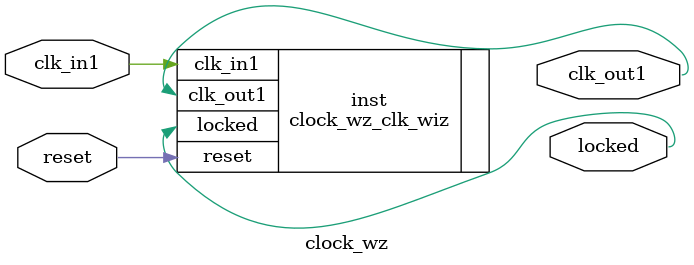
<source format=v>


`timescale 1ps/1ps

(* CORE_GENERATION_INFO = "clock_wz,clk_wiz_v6_0_10_0_0,{component_name=clock_wz,use_phase_alignment=true,use_min_o_jitter=false,use_max_i_jitter=false,use_dyn_phase_shift=false,use_inclk_switchover=false,use_dyn_reconfig=false,enable_axi=0,feedback_source=FDBK_AUTO,PRIMITIVE=MMCM,num_out_clk=1,clkin1_period=50.000,clkin2_period=10.0,use_power_down=false,use_reset=true,use_locked=true,use_inclk_stopped=false,feedback_type=SINGLE,CLOCK_MGR_TYPE=NA,manual_override=false}" *)

module clock_wz 
 (
  // Clock out ports
  output        clk_out1,
  // Status and control signals
  input         reset,
  output        locked,
 // Clock in ports
  input         clk_in1
 );

  clock_wz_clk_wiz inst
  (
  // Clock out ports  
  .clk_out1(clk_out1),
  // Status and control signals               
  .reset(reset), 
  .locked(locked),
 // Clock in ports
  .clk_in1(clk_in1)
  );

endmodule

</source>
